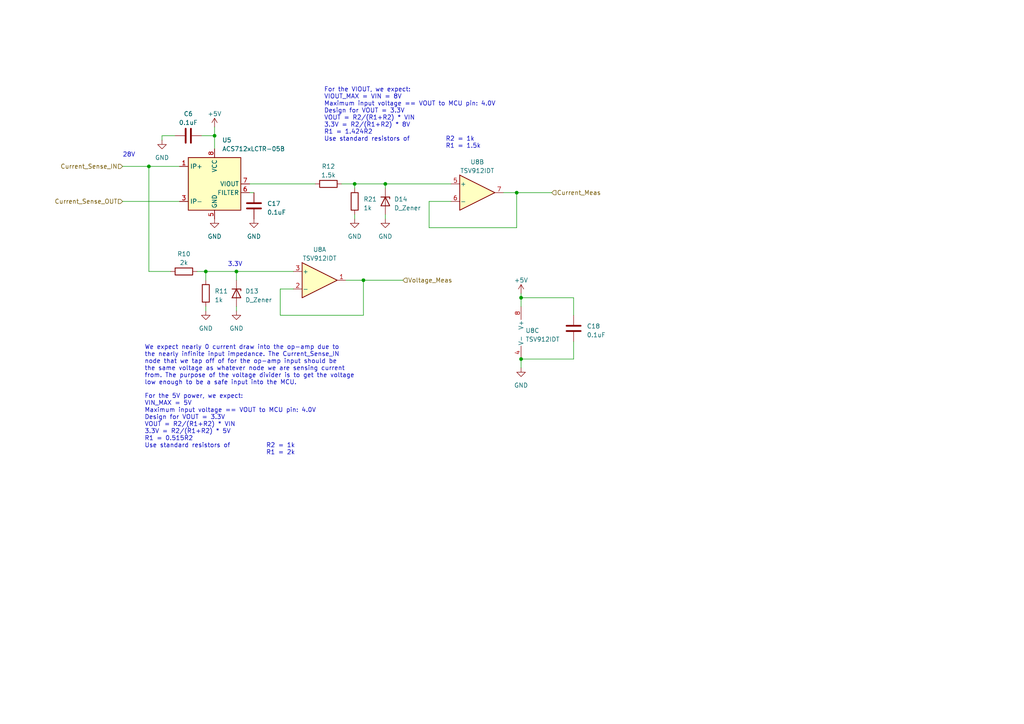
<source format=kicad_sch>
(kicad_sch (version 20230121) (generator eeschema)

  (uuid 36e4511b-3a9f-4266-a928-7b9277025079)

  (paper "A4")

  (lib_symbols
    (symbol "Amplifier_Operational:TSV912IDT" (pin_names (offset 0.127)) (in_bom yes) (on_board yes)
      (property "Reference" "U" (at 0 5.08 0)
        (effects (font (size 1.27 1.27)) (justify left))
      )
      (property "Value" "TSV912IDT" (at 0 -5.08 0)
        (effects (font (size 1.27 1.27)) (justify left))
      )
      (property "Footprint" "" (at 0 0 0)
        (effects (font (size 1.27 1.27)) hide)
      )
      (property "Datasheet" "www.st.com/resource/en/datasheet/tsv911.pdf" (at 0 0 0)
        (effects (font (size 1.27 1.27)) hide)
      )
      (property "ki_locked" "" (at 0 0 0)
        (effects (font (size 1.27 1.27)))
      )
      (property "ki_keywords" "dual opamp" (at 0 0 0)
        (effects (font (size 1.27 1.27)) hide)
      )
      (property "ki_description" "Dual rail-to-rail input/output 8 MHz operational amplifiers, SOIC-8" (at 0 0 0)
        (effects (font (size 1.27 1.27)) hide)
      )
      (property "ki_fp_filters" "SOIC*3.9x4.9mm*P1.27mm* DIP*W7.62mm* TO*99* OnSemi*Micro8* TSSOP*3x3mm*P0.65mm* TSSOP*4.4x3mm*P0.65mm* MSOP*3x3mm*P0.65mm* SSOP*3.9x4.9mm*P0.635mm* LFCSP*2x2mm*P0.5mm* *SIP* SOIC*5.3x6.2mm*P1.27mm*" (at 0 0 0)
        (effects (font (size 1.27 1.27)) hide)
      )
      (symbol "TSV912IDT_1_1"
        (polyline
          (pts
            (xy -5.08 5.08)
            (xy 5.08 0)
            (xy -5.08 -5.08)
            (xy -5.08 5.08)
          )
          (stroke (width 0.254) (type default))
          (fill (type background))
        )
        (pin output line (at 7.62 0 180) (length 2.54)
          (name "~" (effects (font (size 1.27 1.27))))
          (number "1" (effects (font (size 1.27 1.27))))
        )
        (pin input line (at -7.62 -2.54 0) (length 2.54)
          (name "-" (effects (font (size 1.27 1.27))))
          (number "2" (effects (font (size 1.27 1.27))))
        )
        (pin input line (at -7.62 2.54 0) (length 2.54)
          (name "+" (effects (font (size 1.27 1.27))))
          (number "3" (effects (font (size 1.27 1.27))))
        )
      )
      (symbol "TSV912IDT_2_1"
        (polyline
          (pts
            (xy -5.08 5.08)
            (xy 5.08 0)
            (xy -5.08 -5.08)
            (xy -5.08 5.08)
          )
          (stroke (width 0.254) (type default))
          (fill (type background))
        )
        (pin input line (at -7.62 2.54 0) (length 2.54)
          (name "+" (effects (font (size 1.27 1.27))))
          (number "5" (effects (font (size 1.27 1.27))))
        )
        (pin input line (at -7.62 -2.54 0) (length 2.54)
          (name "-" (effects (font (size 1.27 1.27))))
          (number "6" (effects (font (size 1.27 1.27))))
        )
        (pin output line (at 7.62 0 180) (length 2.54)
          (name "~" (effects (font (size 1.27 1.27))))
          (number "7" (effects (font (size 1.27 1.27))))
        )
      )
      (symbol "TSV912IDT_3_1"
        (pin power_in line (at -2.54 -7.62 90) (length 3.81)
          (name "V-" (effects (font (size 1.27 1.27))))
          (number "4" (effects (font (size 1.27 1.27))))
        )
        (pin power_in line (at -2.54 7.62 270) (length 3.81)
          (name "V+" (effects (font (size 1.27 1.27))))
          (number "8" (effects (font (size 1.27 1.27))))
        )
      )
    )
    (symbol "Device:C" (pin_numbers hide) (pin_names (offset 0.254)) (in_bom yes) (on_board yes)
      (property "Reference" "C" (at 0.635 2.54 0)
        (effects (font (size 1.27 1.27)) (justify left))
      )
      (property "Value" "C" (at 0.635 -2.54 0)
        (effects (font (size 1.27 1.27)) (justify left))
      )
      (property "Footprint" "" (at 0.9652 -3.81 0)
        (effects (font (size 1.27 1.27)) hide)
      )
      (property "Datasheet" "~" (at 0 0 0)
        (effects (font (size 1.27 1.27)) hide)
      )
      (property "ki_keywords" "cap capacitor" (at 0 0 0)
        (effects (font (size 1.27 1.27)) hide)
      )
      (property "ki_description" "Unpolarized capacitor" (at 0 0 0)
        (effects (font (size 1.27 1.27)) hide)
      )
      (property "ki_fp_filters" "C_*" (at 0 0 0)
        (effects (font (size 1.27 1.27)) hide)
      )
      (symbol "C_0_1"
        (polyline
          (pts
            (xy -2.032 -0.762)
            (xy 2.032 -0.762)
          )
          (stroke (width 0.508) (type default))
          (fill (type none))
        )
        (polyline
          (pts
            (xy -2.032 0.762)
            (xy 2.032 0.762)
          )
          (stroke (width 0.508) (type default))
          (fill (type none))
        )
      )
      (symbol "C_1_1"
        (pin passive line (at 0 3.81 270) (length 2.794)
          (name "~" (effects (font (size 1.27 1.27))))
          (number "1" (effects (font (size 1.27 1.27))))
        )
        (pin passive line (at 0 -3.81 90) (length 2.794)
          (name "~" (effects (font (size 1.27 1.27))))
          (number "2" (effects (font (size 1.27 1.27))))
        )
      )
    )
    (symbol "Device:D_Zener" (pin_numbers hide) (pin_names (offset 1.016) hide) (in_bom yes) (on_board yes)
      (property "Reference" "D" (at 0 2.54 0)
        (effects (font (size 1.27 1.27)))
      )
      (property "Value" "D_Zener" (at 0 -2.54 0)
        (effects (font (size 1.27 1.27)))
      )
      (property "Footprint" "" (at 0 0 0)
        (effects (font (size 1.27 1.27)) hide)
      )
      (property "Datasheet" "~" (at 0 0 0)
        (effects (font (size 1.27 1.27)) hide)
      )
      (property "ki_keywords" "diode" (at 0 0 0)
        (effects (font (size 1.27 1.27)) hide)
      )
      (property "ki_description" "Zener diode" (at 0 0 0)
        (effects (font (size 1.27 1.27)) hide)
      )
      (property "ki_fp_filters" "TO-???* *_Diode_* *SingleDiode* D_*" (at 0 0 0)
        (effects (font (size 1.27 1.27)) hide)
      )
      (symbol "D_Zener_0_1"
        (polyline
          (pts
            (xy 1.27 0)
            (xy -1.27 0)
          )
          (stroke (width 0) (type default))
          (fill (type none))
        )
        (polyline
          (pts
            (xy -1.27 -1.27)
            (xy -1.27 1.27)
            (xy -0.762 1.27)
          )
          (stroke (width 0.254) (type default))
          (fill (type none))
        )
        (polyline
          (pts
            (xy 1.27 -1.27)
            (xy 1.27 1.27)
            (xy -1.27 0)
            (xy 1.27 -1.27)
          )
          (stroke (width 0.254) (type default))
          (fill (type none))
        )
      )
      (symbol "D_Zener_1_1"
        (pin passive line (at -3.81 0 0) (length 2.54)
          (name "K" (effects (font (size 1.27 1.27))))
          (number "1" (effects (font (size 1.27 1.27))))
        )
        (pin passive line (at 3.81 0 180) (length 2.54)
          (name "A" (effects (font (size 1.27 1.27))))
          (number "2" (effects (font (size 1.27 1.27))))
        )
      )
    )
    (symbol "Device:R" (pin_numbers hide) (pin_names (offset 0)) (in_bom yes) (on_board yes)
      (property "Reference" "R" (at 2.032 0 90)
        (effects (font (size 1.27 1.27)))
      )
      (property "Value" "R" (at 0 0 90)
        (effects (font (size 1.27 1.27)))
      )
      (property "Footprint" "" (at -1.778 0 90)
        (effects (font (size 1.27 1.27)) hide)
      )
      (property "Datasheet" "~" (at 0 0 0)
        (effects (font (size 1.27 1.27)) hide)
      )
      (property "ki_keywords" "R res resistor" (at 0 0 0)
        (effects (font (size 1.27 1.27)) hide)
      )
      (property "ki_description" "Resistor" (at 0 0 0)
        (effects (font (size 1.27 1.27)) hide)
      )
      (property "ki_fp_filters" "R_*" (at 0 0 0)
        (effects (font (size 1.27 1.27)) hide)
      )
      (symbol "R_0_1"
        (rectangle (start -1.016 -2.54) (end 1.016 2.54)
          (stroke (width 0.254) (type default))
          (fill (type none))
        )
      )
      (symbol "R_1_1"
        (pin passive line (at 0 3.81 270) (length 1.27)
          (name "~" (effects (font (size 1.27 1.27))))
          (number "1" (effects (font (size 1.27 1.27))))
        )
        (pin passive line (at 0 -3.81 90) (length 1.27)
          (name "~" (effects (font (size 1.27 1.27))))
          (number "2" (effects (font (size 1.27 1.27))))
        )
      )
    )
    (symbol "Sensor_Current:ACS712xLCTR-05B" (in_bom yes) (on_board yes)
      (property "Reference" "U" (at 2.54 11.43 0)
        (effects (font (size 1.27 1.27)) (justify left))
      )
      (property "Value" "ACS712xLCTR-05B" (at 2.54 8.89 0)
        (effects (font (size 1.27 1.27)) (justify left))
      )
      (property "Footprint" "Package_SO:SOIC-8_3.9x4.9mm_P1.27mm" (at 2.54 -8.89 0)
        (effects (font (size 1.27 1.27) italic) (justify left) hide)
      )
      (property "Datasheet" "http://www.allegromicro.com/~/media/Files/Datasheets/ACS712-Datasheet.ashx?la=en" (at 0 0 0)
        (effects (font (size 1.27 1.27)) hide)
      )
      (property "ki_keywords" "hall effect current monitor sensor isolated" (at 0 0 0)
        (effects (font (size 1.27 1.27)) hide)
      )
      (property "ki_description" "±5A Bidirectional Hall-Effect Current Sensor, +5.0V supply, 185mV/A, SOIC-8" (at 0 0 0)
        (effects (font (size 1.27 1.27)) hide)
      )
      (property "ki_fp_filters" "SOIC*3.9x4.9m*P1.27mm*" (at 0 0 0)
        (effects (font (size 1.27 1.27)) hide)
      )
      (symbol "ACS712xLCTR-05B_0_1"
        (rectangle (start -7.62 7.62) (end 7.62 -7.62)
          (stroke (width 0.254) (type default))
          (fill (type background))
        )
      )
      (symbol "ACS712xLCTR-05B_1_1"
        (pin passive line (at -10.16 5.08 0) (length 2.54)
          (name "IP+" (effects (font (size 1.27 1.27))))
          (number "1" (effects (font (size 1.27 1.27))))
        )
        (pin passive line (at -10.16 5.08 0) (length 2.54) hide
          (name "IP+" (effects (font (size 1.27 1.27))))
          (number "2" (effects (font (size 1.27 1.27))))
        )
        (pin passive line (at -10.16 -5.08 0) (length 2.54)
          (name "IP-" (effects (font (size 1.27 1.27))))
          (number "3" (effects (font (size 1.27 1.27))))
        )
        (pin passive line (at -10.16 -5.08 0) (length 2.54) hide
          (name "IP-" (effects (font (size 1.27 1.27))))
          (number "4" (effects (font (size 1.27 1.27))))
        )
        (pin power_in line (at 0 -10.16 90) (length 2.54)
          (name "GND" (effects (font (size 1.27 1.27))))
          (number "5" (effects (font (size 1.27 1.27))))
        )
        (pin passive line (at 10.16 -2.54 180) (length 2.54)
          (name "FILTER" (effects (font (size 1.27 1.27))))
          (number "6" (effects (font (size 1.27 1.27))))
        )
        (pin output line (at 10.16 0 180) (length 2.54)
          (name "VIOUT" (effects (font (size 1.27 1.27))))
          (number "7" (effects (font (size 1.27 1.27))))
        )
        (pin power_in line (at 0 10.16 270) (length 2.54)
          (name "VCC" (effects (font (size 1.27 1.27))))
          (number "8" (effects (font (size 1.27 1.27))))
        )
      )
    )
    (symbol "power:+5V" (power) (pin_names (offset 0)) (in_bom yes) (on_board yes)
      (property "Reference" "#PWR" (at 0 -3.81 0)
        (effects (font (size 1.27 1.27)) hide)
      )
      (property "Value" "+5V" (at 0 3.556 0)
        (effects (font (size 1.27 1.27)))
      )
      (property "Footprint" "" (at 0 0 0)
        (effects (font (size 1.27 1.27)) hide)
      )
      (property "Datasheet" "" (at 0 0 0)
        (effects (font (size 1.27 1.27)) hide)
      )
      (property "ki_keywords" "global power" (at 0 0 0)
        (effects (font (size 1.27 1.27)) hide)
      )
      (property "ki_description" "Power symbol creates a global label with name \"+5V\"" (at 0 0 0)
        (effects (font (size 1.27 1.27)) hide)
      )
      (symbol "+5V_0_1"
        (polyline
          (pts
            (xy -0.762 1.27)
            (xy 0 2.54)
          )
          (stroke (width 0) (type default))
          (fill (type none))
        )
        (polyline
          (pts
            (xy 0 0)
            (xy 0 2.54)
          )
          (stroke (width 0) (type default))
          (fill (type none))
        )
        (polyline
          (pts
            (xy 0 2.54)
            (xy 0.762 1.27)
          )
          (stroke (width 0) (type default))
          (fill (type none))
        )
      )
      (symbol "+5V_1_1"
        (pin power_in line (at 0 0 90) (length 0) hide
          (name "+5V" (effects (font (size 1.27 1.27))))
          (number "1" (effects (font (size 1.27 1.27))))
        )
      )
    )
    (symbol "power:GND" (power) (pin_names (offset 0)) (in_bom yes) (on_board yes)
      (property "Reference" "#PWR" (at 0 -6.35 0)
        (effects (font (size 1.27 1.27)) hide)
      )
      (property "Value" "GND" (at 0 -3.81 0)
        (effects (font (size 1.27 1.27)))
      )
      (property "Footprint" "" (at 0 0 0)
        (effects (font (size 1.27 1.27)) hide)
      )
      (property "Datasheet" "" (at 0 0 0)
        (effects (font (size 1.27 1.27)) hide)
      )
      (property "ki_keywords" "global power" (at 0 0 0)
        (effects (font (size 1.27 1.27)) hide)
      )
      (property "ki_description" "Power symbol creates a global label with name \"GND\" , ground" (at 0 0 0)
        (effects (font (size 1.27 1.27)) hide)
      )
      (symbol "GND_0_1"
        (polyline
          (pts
            (xy 0 0)
            (xy 0 -1.27)
            (xy 1.27 -1.27)
            (xy 0 -2.54)
            (xy -1.27 -1.27)
            (xy 0 -1.27)
          )
          (stroke (width 0) (type default))
          (fill (type none))
        )
      )
      (symbol "GND_1_1"
        (pin power_in line (at 0 0 270) (length 0) hide
          (name "GND" (effects (font (size 1.27 1.27))))
          (number "1" (effects (font (size 1.27 1.27))))
        )
      )
    )
  )

  (junction (at 43.18 48.26) (diameter 0) (color 0 0 0 0)
    (uuid 2b1b09b8-48b0-468e-b6f0-4b1b6a863596)
  )
  (junction (at 59.69 78.74) (diameter 0) (color 0 0 0 0)
    (uuid 4d8abdb1-b8d2-4f75-b3ad-417f0457b7d7)
  )
  (junction (at 111.76 53.34) (diameter 0) (color 0 0 0 0)
    (uuid 59de4d19-2037-4153-acc0-22f05683d21e)
  )
  (junction (at 105.41 81.28) (diameter 0) (color 0 0 0 0)
    (uuid 6e8d3cd8-b498-462a-b87a-fb0a0b91d371)
  )
  (junction (at 102.87 53.34) (diameter 0) (color 0 0 0 0)
    (uuid 8719c349-2b90-46f2-be37-444b39b5ec43)
  )
  (junction (at 151.13 86.36) (diameter 0) (color 0 0 0 0)
    (uuid 934a5714-2a84-49c0-b8d8-5a488b622a48)
  )
  (junction (at 62.23 39.37) (diameter 0) (color 0 0 0 0)
    (uuid b4b655f3-0093-4365-94e0-2486bcb9f772)
  )
  (junction (at 149.86 55.88) (diameter 0) (color 0 0 0 0)
    (uuid c53c8511-3f9b-4757-80b1-ee6013c755ef)
  )
  (junction (at 68.58 78.74) (diameter 0) (color 0 0 0 0)
    (uuid ca9cd8d4-a4c6-41f2-8d3c-e09fe315500a)
  )
  (junction (at 151.13 104.14) (diameter 0) (color 0 0 0 0)
    (uuid fc20f222-e197-4e6c-8362-34b014996208)
  )

  (wire (pts (xy 102.87 53.34) (xy 111.76 53.34))
    (stroke (width 0) (type default))
    (uuid 054f0f8c-5ac6-4e1a-895c-e99fbeabf349)
  )
  (wire (pts (xy 105.41 91.44) (xy 105.41 81.28))
    (stroke (width 0) (type default))
    (uuid 062a6e2b-5fc9-4d17-97c3-2a05f3832269)
  )
  (wire (pts (xy 58.42 39.37) (xy 62.23 39.37))
    (stroke (width 0) (type default))
    (uuid 081397ac-8842-4b48-a802-7c5ddce39c57)
  )
  (wire (pts (xy 59.69 78.74) (xy 59.69 81.28))
    (stroke (width 0) (type default))
    (uuid 10bae0c2-0072-4527-abf6-22b6fff8d48b)
  )
  (wire (pts (xy 43.18 48.26) (xy 52.07 48.26))
    (stroke (width 0) (type default))
    (uuid 10ef2de4-03d6-4691-bf29-5b01164879b0)
  )
  (wire (pts (xy 166.37 99.06) (xy 166.37 104.14))
    (stroke (width 0) (type default))
    (uuid 1336a7fc-236e-4809-be97-1046b021998d)
  )
  (wire (pts (xy 72.39 55.88) (xy 73.66 55.88))
    (stroke (width 0) (type default))
    (uuid 144fa2c5-9d11-4529-884c-3b879c5d0ec4)
  )
  (wire (pts (xy 43.18 48.26) (xy 43.18 78.74))
    (stroke (width 0) (type default))
    (uuid 1d2cdff0-8168-4f6a-813f-2a46d1c14302)
  )
  (wire (pts (xy 72.39 53.34) (xy 91.44 53.34))
    (stroke (width 0) (type default))
    (uuid 1fef4275-4e35-4d98-993e-b7e39bf1f638)
  )
  (wire (pts (xy 50.8 39.37) (xy 46.99 39.37))
    (stroke (width 0) (type default))
    (uuid 23e55361-1bcd-4b40-95b2-123f340271e0)
  )
  (wire (pts (xy 151.13 106.68) (xy 151.13 104.14))
    (stroke (width 0) (type default))
    (uuid 307afec2-6101-4318-a5b3-0bd6ddab2c04)
  )
  (wire (pts (xy 59.69 78.74) (xy 68.58 78.74))
    (stroke (width 0) (type default))
    (uuid 30acc788-7158-444b-be69-c4077a0773bb)
  )
  (wire (pts (xy 146.05 55.88) (xy 149.86 55.88))
    (stroke (width 0) (type default))
    (uuid 39734aab-b364-4a4f-86e2-2c3996519bd5)
  )
  (wire (pts (xy 149.86 66.04) (xy 149.86 55.88))
    (stroke (width 0) (type default))
    (uuid 48f86b84-4bb5-465a-8eb0-0b32c538df8c)
  )
  (wire (pts (xy 130.81 58.42) (xy 124.46 58.42))
    (stroke (width 0) (type default))
    (uuid 49e53364-6320-40d3-ba91-731359944253)
  )
  (wire (pts (xy 124.46 66.04) (xy 149.86 66.04))
    (stroke (width 0) (type default))
    (uuid 5ffe5c9e-b260-4106-b2f5-593a1c8594c9)
  )
  (wire (pts (xy 151.13 86.36) (xy 166.37 86.36))
    (stroke (width 0) (type default))
    (uuid 60c7d5b3-15dd-40b2-86d2-8cc128cdd3b8)
  )
  (wire (pts (xy 105.41 81.28) (xy 116.84 81.28))
    (stroke (width 0) (type default))
    (uuid 6ac64d7e-fdb3-401e-9f4d-e7e01bf73b86)
  )
  (wire (pts (xy 81.28 91.44) (xy 105.41 91.44))
    (stroke (width 0) (type default))
    (uuid 788e8b45-e97b-47b9-8ae3-59ba4ef8ad51)
  )
  (wire (pts (xy 68.58 78.74) (xy 85.09 78.74))
    (stroke (width 0) (type default))
    (uuid 86988c93-89da-4f59-a10c-6232f9b446ee)
  )
  (wire (pts (xy 81.28 83.82) (xy 81.28 91.44))
    (stroke (width 0) (type default))
    (uuid 8b266e42-3fc3-4e23-b2ff-b1999cdfdfa2)
  )
  (wire (pts (xy 68.58 88.9) (xy 68.58 90.17))
    (stroke (width 0) (type default))
    (uuid 8ffeab59-4558-4ee9-9645-99b05596690c)
  )
  (wire (pts (xy 149.86 55.88) (xy 160.02 55.88))
    (stroke (width 0) (type default))
    (uuid 92d2dedf-f917-439d-8143-36eec7aa2ee3)
  )
  (wire (pts (xy 85.09 83.82) (xy 81.28 83.82))
    (stroke (width 0) (type default))
    (uuid 938062bd-f4c1-4a2c-9433-46b38b16dc75)
  )
  (wire (pts (xy 111.76 53.34) (xy 111.76 54.61))
    (stroke (width 0) (type default))
    (uuid 9625be73-40a0-4840-9291-c924eceaf511)
  )
  (wire (pts (xy 102.87 62.23) (xy 102.87 63.5))
    (stroke (width 0) (type default))
    (uuid 9c0570b6-0d86-469b-a511-30ee34c097de)
  )
  (wire (pts (xy 151.13 86.36) (xy 151.13 88.9))
    (stroke (width 0) (type default))
    (uuid 9cb290ff-8499-4540-b186-7e9ea879ca10)
  )
  (wire (pts (xy 43.18 78.74) (xy 49.53 78.74))
    (stroke (width 0) (type default))
    (uuid 9d67d323-d6d6-4a1d-8512-6396b0a7e41b)
  )
  (wire (pts (xy 102.87 53.34) (xy 102.87 54.61))
    (stroke (width 0) (type default))
    (uuid a204591b-06e0-43d2-9535-32464288f658)
  )
  (wire (pts (xy 57.15 78.74) (xy 59.69 78.74))
    (stroke (width 0) (type default))
    (uuid b4e136d6-7703-4e3d-a080-46e798aab9bc)
  )
  (wire (pts (xy 124.46 58.42) (xy 124.46 66.04))
    (stroke (width 0) (type default))
    (uuid b5f3e165-cf6b-4b20-940d-373b2acf04ad)
  )
  (wire (pts (xy 62.23 39.37) (xy 62.23 43.18))
    (stroke (width 0) (type default))
    (uuid b76537ab-7344-4fc0-89c1-db1f3655ce98)
  )
  (wire (pts (xy 62.23 36.83) (xy 62.23 39.37))
    (stroke (width 0) (type default))
    (uuid bd89c9e6-28d7-446c-998c-2dddd27d7ad3)
  )
  (wire (pts (xy 151.13 85.09) (xy 151.13 86.36))
    (stroke (width 0) (type default))
    (uuid bef358de-6654-45f1-8005-27608a6999ef)
  )
  (wire (pts (xy 99.06 53.34) (xy 102.87 53.34))
    (stroke (width 0) (type default))
    (uuid c3cbb38f-2b63-4fa1-9c85-59f6397c6a9e)
  )
  (wire (pts (xy 111.76 62.23) (xy 111.76 63.5))
    (stroke (width 0) (type default))
    (uuid c5826d03-556c-44a5-9e3e-4f37643b3231)
  )
  (wire (pts (xy 35.56 48.26) (xy 43.18 48.26))
    (stroke (width 0) (type default))
    (uuid c66bfc4c-c4d8-4e07-ade8-06357425c7f4)
  )
  (wire (pts (xy 111.76 53.34) (xy 130.81 53.34))
    (stroke (width 0) (type default))
    (uuid e1776f0f-1441-445a-93a0-0a1e45723e02)
  )
  (wire (pts (xy 166.37 86.36) (xy 166.37 91.44))
    (stroke (width 0) (type default))
    (uuid e2ef8e7d-c878-4eea-b69a-442cc45cca3d)
  )
  (wire (pts (xy 52.07 58.42) (xy 35.56 58.42))
    (stroke (width 0) (type default))
    (uuid e6a6dc2c-fca9-4089-ab32-ed4832245297)
  )
  (wire (pts (xy 105.41 81.28) (xy 100.33 81.28))
    (stroke (width 0) (type default))
    (uuid eb6dbbce-6af8-4801-a2c7-0c0ea9265077)
  )
  (wire (pts (xy 46.99 39.37) (xy 46.99 40.64))
    (stroke (width 0) (type default))
    (uuid eff014b0-0971-47a7-bf49-57a89c797125)
  )
  (wire (pts (xy 166.37 104.14) (xy 151.13 104.14))
    (stroke (width 0) (type default))
    (uuid f22777aa-37dd-4689-8bd6-5f138fd5a261)
  )
  (wire (pts (xy 68.58 78.74) (xy 68.58 81.28))
    (stroke (width 0) (type default))
    (uuid f69b7af7-e927-46d3-ad6a-02d52cec4961)
  )
  (wire (pts (xy 59.69 88.9) (xy 59.69 90.17))
    (stroke (width 0) (type default))
    (uuid f73744af-a713-483c-91ca-6dd7d4819649)
  )

  (text "We expect nearly 0 current draw into the op-amp due to\nthe nearly infinite input impedance. The Current_Sense_IN\nnode that we tap off of for the op-amp input should be\nthe same voltage as whatever node we are sensing current\nfrom. The purpose of the voltage divider is to get the voltage\nlow enough to be a safe input into the MCU."
    (at 41.91 111.76 0)
    (effects (font (size 1.27 1.27)) (justify left bottom))
    (uuid 80f4de57-ed93-4a07-84e9-6ed4c759bc9f)
  )
  (text "3.3V" (at 66.04 77.47 0)
    (effects (font (size 1.27 1.27)) (justify left bottom))
    (uuid 9cbc1d6f-1d93-4ad1-bc1a-2b2f66a74c5c)
  )
  (text "For the 5V power, we expect:\nVIN_MAX = 5V\nMaximum input voltage == VOUT to MCU pin: 4.0V\nDesign for VOUT = 3.3V\nVOUT = R2/(R1+R2) * VIN\n3.3V = R2/(R1+R2) * 5V\nR1 = 0.515R2\nUse standard resistors of 	R2 = 1k\n							R1 = 2k"
    (at 41.91 132.08 0)
    (effects (font (size 1.27 1.27)) (justify left bottom))
    (uuid a2efbff0-d3d3-47db-a245-35758dffebb8)
  )
  (text "For the VIOUT, we expect:\nVIOUT_MAX = VIN = 8V\nMaximum input voltage == VOUT to MCU pin: 4.0V\nDesign for VOUT = 3.3V\nVOUT = R2/(R1+R2) * VIN\n3.3V = R2/(R1+R2) * 8V\nR1 = 1.424R2\nUse standard resistors of 	R2 = 1k\n							R1 = 1.5k"
    (at 93.98 43.18 0)
    (effects (font (size 1.27 1.27)) (justify left bottom))
    (uuid c0751792-eb31-45ec-af6c-00861f3ea891)
  )
  (text "28V" (at 35.56 45.72 0)
    (effects (font (size 1.27 1.27)) (justify left bottom))
    (uuid d8daa726-2d5b-43a0-887d-777e1f5bebc2)
  )

  (hierarchical_label "Current_Sense_OUT" (shape input) (at 35.56 58.42 180) (fields_autoplaced)
    (effects (font (size 1.27 1.27)) (justify right))
    (uuid 5319c929-97e2-4c67-8a4a-07e7dfa08ebb)
  )
  (hierarchical_label "Current_Sense_IN" (shape input) (at 35.56 48.26 180) (fields_autoplaced)
    (effects (font (size 1.27 1.27)) (justify right))
    (uuid 67ec93a2-a13a-4a96-be9f-07dbb6e00daa)
  )
  (hierarchical_label "Current_Meas" (shape input) (at 160.02 55.88 0) (fields_autoplaced)
    (effects (font (size 1.27 1.27)) (justify left))
    (uuid c65f7065-5989-4290-82de-f79beb11377b)
  )
  (hierarchical_label "Voltage_Meas" (shape input) (at 116.84 81.28 0) (fields_autoplaced)
    (effects (font (size 1.27 1.27)) (justify left))
    (uuid f0fe0c9a-ec74-4d27-845e-f2e0104fcd27)
  )

  (symbol (lib_id "Device:C") (at 54.61 39.37 90) (unit 1)
    (in_bom yes) (on_board yes) (dnp no) (fields_autoplaced)
    (uuid 07c38b7b-9988-4b31-bdca-4862c590549c)
    (property "Reference" "C6" (at 54.61 33.02 90)
      (effects (font (size 1.27 1.27)))
    )
    (property "Value" "0.1uF" (at 54.61 35.56 90)
      (effects (font (size 1.27 1.27)))
    )
    (property "Footprint" "" (at 58.42 38.4048 0)
      (effects (font (size 1.27 1.27)) hide)
    )
    (property "Datasheet" "~" (at 54.61 39.37 0)
      (effects (font (size 1.27 1.27)) hide)
    )
    (pin "1" (uuid 310f8b1a-56e4-4df1-bb25-37612096baca))
    (pin "2" (uuid 540b5975-e25a-4ff3-a566-78d4b2911014))
    (instances
      (project "FCBoard"
        (path "/7aefa7f6-8562-49e0-9457-229f56bba97d/5be85d44-b1c4-47a6-b267-9e3b1f3657e3"
          (reference "C6") (unit 1)
        )
        (path "/7aefa7f6-8562-49e0-9457-229f56bba97d/59d9b0c4-d4f4-4be3-8a94-d2e2577f3ec5"
          (reference "C20") (unit 1)
        )
      )
    )
  )

  (symbol (lib_id "power:GND") (at 73.66 63.5 0) (unit 1)
    (in_bom yes) (on_board yes) (dnp no) (fields_autoplaced)
    (uuid 07e5ee85-5b4d-4798-b1df-21a02d2b8e68)
    (property "Reference" "#PWR064" (at 73.66 69.85 0)
      (effects (font (size 1.27 1.27)) hide)
    )
    (property "Value" "GND" (at 73.66 68.58 0)
      (effects (font (size 1.27 1.27)))
    )
    (property "Footprint" "" (at 73.66 63.5 0)
      (effects (font (size 1.27 1.27)) hide)
    )
    (property "Datasheet" "" (at 73.66 63.5 0)
      (effects (font (size 1.27 1.27)) hide)
    )
    (pin "1" (uuid 24f31dee-0932-4d5d-87a7-d5ceb587ff18))
    (instances
      (project "FCBoard"
        (path "/7aefa7f6-8562-49e0-9457-229f56bba97d/5be85d44-b1c4-47a6-b267-9e3b1f3657e3"
          (reference "#PWR064") (unit 1)
        )
        (path "/7aefa7f6-8562-49e0-9457-229f56bba97d/59d9b0c4-d4f4-4be3-8a94-d2e2577f3ec5"
          (reference "#PWR069") (unit 1)
        )
      )
    )
  )

  (symbol (lib_id "Device:R") (at 95.25 53.34 90) (unit 1)
    (in_bom yes) (on_board yes) (dnp no) (fields_autoplaced)
    (uuid 225c8b38-6cc8-4235-88a1-db96b4cad7ac)
    (property "Reference" "R12" (at 95.25 48.26 90)
      (effects (font (size 1.27 1.27)))
    )
    (property "Value" "1.5k" (at 95.25 50.8 90)
      (effects (font (size 1.27 1.27)))
    )
    (property "Footprint" "" (at 95.25 55.118 90)
      (effects (font (size 1.27 1.27)) hide)
    )
    (property "Datasheet" "~" (at 95.25 53.34 0)
      (effects (font (size 1.27 1.27)) hide)
    )
    (pin "1" (uuid 23434253-2c34-4486-816e-06477f34fad4))
    (pin "2" (uuid a3915afe-fddc-44eb-aa20-2ca643846a1e))
    (instances
      (project "FCBoard"
        (path "/7aefa7f6-8562-49e0-9457-229f56bba97d/5be85d44-b1c4-47a6-b267-9e3b1f3657e3"
          (reference "R12") (unit 1)
        )
        (path "/7aefa7f6-8562-49e0-9457-229f56bba97d/59d9b0c4-d4f4-4be3-8a94-d2e2577f3ec5"
          (reference "R26") (unit 1)
        )
      )
    )
  )

  (symbol (lib_id "power:GND") (at 46.99 40.64 0) (unit 1)
    (in_bom yes) (on_board yes) (dnp no) (fields_autoplaced)
    (uuid 24d97484-b8aa-4222-b520-c17acc4ec8e4)
    (property "Reference" "#PWR023" (at 46.99 46.99 0)
      (effects (font (size 1.27 1.27)) hide)
    )
    (property "Value" "GND" (at 46.99 45.72 0)
      (effects (font (size 1.27 1.27)))
    )
    (property "Footprint" "" (at 46.99 40.64 0)
      (effects (font (size 1.27 1.27)) hide)
    )
    (property "Datasheet" "" (at 46.99 40.64 0)
      (effects (font (size 1.27 1.27)) hide)
    )
    (pin "1" (uuid fed0dcc3-8d0e-4ea0-b708-ecee37038465))
    (instances
      (project "FCBoard"
        (path "/7aefa7f6-8562-49e0-9457-229f56bba97d/5be85d44-b1c4-47a6-b267-9e3b1f3657e3"
          (reference "#PWR023") (unit 1)
        )
        (path "/7aefa7f6-8562-49e0-9457-229f56bba97d/59d9b0c4-d4f4-4be3-8a94-d2e2577f3ec5"
          (reference "#PWR030") (unit 1)
        )
      )
    )
  )

  (symbol (lib_id "power:GND") (at 102.87 63.5 0) (unit 1)
    (in_bom yes) (on_board yes) (dnp no) (fields_autoplaced)
    (uuid 2ff8d10d-0762-40a7-b0b9-9791618c853e)
    (property "Reference" "#PWR065" (at 102.87 69.85 0)
      (effects (font (size 1.27 1.27)) hide)
    )
    (property "Value" "GND" (at 102.87 68.58 0)
      (effects (font (size 1.27 1.27)))
    )
    (property "Footprint" "" (at 102.87 63.5 0)
      (effects (font (size 1.27 1.27)) hide)
    )
    (property "Datasheet" "" (at 102.87 63.5 0)
      (effects (font (size 1.27 1.27)) hide)
    )
    (pin "1" (uuid 5edc989e-5f9c-48fb-baef-023f99ddcee4))
    (instances
      (project "FCBoard"
        (path "/7aefa7f6-8562-49e0-9457-229f56bba97d/5be85d44-b1c4-47a6-b267-9e3b1f3657e3"
          (reference "#PWR065") (unit 1)
        )
        (path "/7aefa7f6-8562-49e0-9457-229f56bba97d/59d9b0c4-d4f4-4be3-8a94-d2e2577f3ec5"
          (reference "#PWR070") (unit 1)
        )
      )
    )
  )

  (symbol (lib_id "Device:R") (at 102.87 58.42 180) (unit 1)
    (in_bom yes) (on_board yes) (dnp no) (fields_autoplaced)
    (uuid 3e4c28d4-410c-4336-b534-1ea016ca36c4)
    (property "Reference" "R21" (at 105.41 57.785 0)
      (effects (font (size 1.27 1.27)) (justify right))
    )
    (property "Value" "1k" (at 105.41 60.325 0)
      (effects (font (size 1.27 1.27)) (justify right))
    )
    (property "Footprint" "" (at 104.648 58.42 90)
      (effects (font (size 1.27 1.27)) hide)
    )
    (property "Datasheet" "~" (at 102.87 58.42 0)
      (effects (font (size 1.27 1.27)) hide)
    )
    (pin "1" (uuid 399e65ea-16b9-4b95-b3c8-b0e108292d11))
    (pin "2" (uuid 4aa793f1-d144-47f2-b9ba-6a0b52edb510))
    (instances
      (project "FCBoard"
        (path "/7aefa7f6-8562-49e0-9457-229f56bba97d/5be85d44-b1c4-47a6-b267-9e3b1f3657e3"
          (reference "R21") (unit 1)
        )
        (path "/7aefa7f6-8562-49e0-9457-229f56bba97d/59d9b0c4-d4f4-4be3-8a94-d2e2577f3ec5"
          (reference "R27") (unit 1)
        )
      )
    )
  )

  (symbol (lib_id "Device:D_Zener") (at 111.76 58.42 270) (unit 1)
    (in_bom yes) (on_board yes) (dnp no) (fields_autoplaced)
    (uuid 41bdd0aa-8745-42a4-85fa-c2c1d0fe87ad)
    (property "Reference" "D14" (at 114.3 57.785 90)
      (effects (font (size 1.27 1.27)) (justify left))
    )
    (property "Value" "D_Zener" (at 114.3 60.325 90)
      (effects (font (size 1.27 1.27)) (justify left))
    )
    (property "Footprint" "" (at 111.76 58.42 0)
      (effects (font (size 1.27 1.27)) hide)
    )
    (property "Datasheet" "~" (at 111.76 58.42 0)
      (effects (font (size 1.27 1.27)) hide)
    )
    (pin "1" (uuid 16dc47c2-995d-4d45-91d0-5efd498cb4df))
    (pin "2" (uuid c7f72841-69b2-4893-a962-2f6264d280a6))
    (instances
      (project "FCBoard"
        (path "/7aefa7f6-8562-49e0-9457-229f56bba97d/5be85d44-b1c4-47a6-b267-9e3b1f3657e3"
          (reference "D14") (unit 1)
        )
        (path "/7aefa7f6-8562-49e0-9457-229f56bba97d/59d9b0c4-d4f4-4be3-8a94-d2e2577f3ec5"
          (reference "D17") (unit 1)
        )
      )
    )
  )

  (symbol (lib_id "power:GND") (at 59.69 90.17 0) (unit 1)
    (in_bom yes) (on_board yes) (dnp no) (fields_autoplaced)
    (uuid 4a22c2dc-e756-45fc-8d2b-7c86be379bed)
    (property "Reference" "#PWR024" (at 59.69 96.52 0)
      (effects (font (size 1.27 1.27)) hide)
    )
    (property "Value" "GND" (at 59.69 95.25 0)
      (effects (font (size 1.27 1.27)))
    )
    (property "Footprint" "" (at 59.69 90.17 0)
      (effects (font (size 1.27 1.27)) hide)
    )
    (property "Datasheet" "" (at 59.69 90.17 0)
      (effects (font (size 1.27 1.27)) hide)
    )
    (pin "1" (uuid f0061086-c93d-4993-b198-fa8683e2832d))
    (instances
      (project "FCBoard"
        (path "/7aefa7f6-8562-49e0-9457-229f56bba97d/5be85d44-b1c4-47a6-b267-9e3b1f3657e3"
          (reference "#PWR024") (unit 1)
        )
        (path "/7aefa7f6-8562-49e0-9457-229f56bba97d/59d9b0c4-d4f4-4be3-8a94-d2e2577f3ec5"
          (reference "#PWR031") (unit 1)
        )
      )
    )
  )

  (symbol (lib_id "power:+5V") (at 151.13 85.09 0) (unit 1)
    (in_bom yes) (on_board yes) (dnp no) (fields_autoplaced)
    (uuid 4f75c6a4-dfb4-45e5-affb-f2d0483e8a0e)
    (property "Reference" "#PWR067" (at 151.13 88.9 0)
      (effects (font (size 1.27 1.27)) hide)
    )
    (property "Value" "+5V" (at 151.13 81.28 0)
      (effects (font (size 1.27 1.27)))
    )
    (property "Footprint" "" (at 151.13 85.09 0)
      (effects (font (size 1.27 1.27)) hide)
    )
    (property "Datasheet" "" (at 151.13 85.09 0)
      (effects (font (size 1.27 1.27)) hide)
    )
    (pin "1" (uuid 1ea3a474-4555-43e7-8aef-92bb2334ede3))
    (instances
      (project "FCBoard"
        (path "/7aefa7f6-8562-49e0-9457-229f56bba97d/5be85d44-b1c4-47a6-b267-9e3b1f3657e3"
          (reference "#PWR067") (unit 1)
        )
        (path "/7aefa7f6-8562-49e0-9457-229f56bba97d/59d9b0c4-d4f4-4be3-8a94-d2e2577f3ec5"
          (reference "#PWR072") (unit 1)
        )
      )
    )
  )

  (symbol (lib_id "Amplifier_Operational:TSV912IDT") (at 153.67 96.52 0) (unit 3)
    (in_bom yes) (on_board yes) (dnp no) (fields_autoplaced)
    (uuid 55f404a5-e43d-4f88-880f-d9ce2023967b)
    (property "Reference" "U7" (at 152.4 95.885 0)
      (effects (font (size 1.27 1.27)) (justify left))
    )
    (property "Value" "TSV912IDT" (at 152.4 98.425 0)
      (effects (font (size 1.27 1.27)) (justify left))
    )
    (property "Footprint" "" (at 153.67 96.52 0)
      (effects (font (size 1.27 1.27)) hide)
    )
    (property "Datasheet" "www.st.com/resource/en/datasheet/tsv911.pdf" (at 153.67 96.52 0)
      (effects (font (size 1.27 1.27)) hide)
    )
    (pin "1" (uuid 4a6e91c3-0117-4680-b7c4-f4c717b6f897))
    (pin "2" (uuid 3bd031d1-b453-47d4-913e-ce8644b644a5))
    (pin "3" (uuid b81bf2c4-fe21-48c7-857c-1828bb1b2e9d))
    (pin "5" (uuid ac921d92-fa7a-4c06-a82b-fb34ee84507d))
    (pin "6" (uuid 37523199-a514-4be7-b196-391e228c62d5))
    (pin "7" (uuid 056bd1ce-d72e-44c3-af42-da1cad9ca523))
    (pin "4" (uuid e846821e-1f47-4447-9a9b-082507d52738))
    (pin "8" (uuid 80be0b68-a18b-4bae-8a78-5b56b52183ab))
    (instances
      (project "FCBoard"
        (path "/7aefa7f6-8562-49e0-9457-229f56bba97d/5be85d44-b1c4-47a6-b267-9e3b1f3657e3"
          (reference "U8") (unit 3)
        )
        (path "/7aefa7f6-8562-49e0-9457-229f56bba97d/59d9b0c4-d4f4-4be3-8a94-d2e2577f3ec5"
          (reference "U10") (unit 3)
        )
      )
    )
  )

  (symbol (lib_id "Amplifier_Operational:TSV912IDT") (at 138.43 55.88 0) (unit 2)
    (in_bom yes) (on_board yes) (dnp no) (fields_autoplaced)
    (uuid 56193a7f-aad4-43e2-9757-27220698515f)
    (property "Reference" "U7" (at 138.43 46.99 0)
      (effects (font (size 1.27 1.27)))
    )
    (property "Value" "TSV912IDT" (at 138.43 49.53 0)
      (effects (font (size 1.27 1.27)))
    )
    (property "Footprint" "" (at 138.43 55.88 0)
      (effects (font (size 1.27 1.27)) hide)
    )
    (property "Datasheet" "www.st.com/resource/en/datasheet/tsv911.pdf" (at 138.43 55.88 0)
      (effects (font (size 1.27 1.27)) hide)
    )
    (pin "1" (uuid fe06a093-9e52-423b-8ff4-5d2e5d467d16))
    (pin "2" (uuid ea817e6c-df27-4143-8d61-5d9ee8410d07))
    (pin "3" (uuid 72e84345-c818-4323-9aad-de016ee90159))
    (pin "5" (uuid 20689078-139a-49e1-91b0-172ec86c11e5))
    (pin "6" (uuid 6fe14049-cc62-437a-bdb8-db696bad8f04))
    (pin "7" (uuid c2bed81e-0d7f-4057-a6d6-03d755f44dda))
    (pin "4" (uuid 25094b82-6936-40a7-a33d-5d4745eed8f3))
    (pin "8" (uuid a7b286da-8263-494e-9752-fc1828cb1a37))
    (instances
      (project "FCBoard"
        (path "/7aefa7f6-8562-49e0-9457-229f56bba97d/5be85d44-b1c4-47a6-b267-9e3b1f3657e3"
          (reference "U8") (unit 2)
        )
        (path "/7aefa7f6-8562-49e0-9457-229f56bba97d/59d9b0c4-d4f4-4be3-8a94-d2e2577f3ec5"
          (reference "U10") (unit 2)
        )
      )
    )
  )

  (symbol (lib_id "Device:R") (at 53.34 78.74 90) (unit 1)
    (in_bom yes) (on_board yes) (dnp no) (fields_autoplaced)
    (uuid 6814083f-33cd-4e60-8870-269b88a231a2)
    (property "Reference" "R10" (at 53.34 73.66 90)
      (effects (font (size 1.27 1.27)))
    )
    (property "Value" "2k" (at 53.34 76.2 90)
      (effects (font (size 1.27 1.27)))
    )
    (property "Footprint" "" (at 53.34 80.518 90)
      (effects (font (size 1.27 1.27)) hide)
    )
    (property "Datasheet" "~" (at 53.34 78.74 0)
      (effects (font (size 1.27 1.27)) hide)
    )
    (pin "1" (uuid 109beb9b-4b5e-48c7-b2a0-efa8416bc497))
    (pin "2" (uuid c57a3930-4286-4a5b-89a3-8f6684120831))
    (instances
      (project "FCBoard"
        (path "/7aefa7f6-8562-49e0-9457-229f56bba97d/5be85d44-b1c4-47a6-b267-9e3b1f3657e3"
          (reference "R10") (unit 1)
        )
        (path "/7aefa7f6-8562-49e0-9457-229f56bba97d/59d9b0c4-d4f4-4be3-8a94-d2e2577f3ec5"
          (reference "R15") (unit 1)
        )
      )
    )
  )

  (symbol (lib_id "Sensor_Current:ACS712xLCTR-05B") (at 62.23 53.34 0) (unit 1)
    (in_bom yes) (on_board yes) (dnp no) (fields_autoplaced)
    (uuid 7cf1d800-b822-445d-b0ed-4198a131b80c)
    (property "Reference" "U5" (at 64.4241 40.64 0)
      (effects (font (size 1.27 1.27)) (justify left))
    )
    (property "Value" "ACS712xLCTR-05B" (at 64.4241 43.18 0)
      (effects (font (size 1.27 1.27)) (justify left))
    )
    (property "Footprint" "Package_SO:SOIC-8_3.9x4.9mm_P1.27mm" (at 64.77 62.23 0)
      (effects (font (size 1.27 1.27) italic) (justify left) hide)
    )
    (property "Datasheet" "http://www.allegromicro.com/~/media/Files/Datasheets/ACS712-Datasheet.ashx?la=en" (at 62.23 53.34 0)
      (effects (font (size 1.27 1.27)) hide)
    )
    (pin "1" (uuid 24c69935-8e46-4cb0-b362-1c3309b3a57b))
    (pin "2" (uuid e5c3c01d-d90f-4013-be5f-caaf2b64d660))
    (pin "3" (uuid 2560025f-0213-45dd-bef9-40f28f95a363))
    (pin "4" (uuid 0a33efe3-0706-444b-a7b7-12dc36986f0f))
    (pin "5" (uuid 300b5787-22b8-4cf5-96df-b2658b05a00d))
    (pin "6" (uuid 699cc00e-e351-435a-9faa-8dfc44e1a9ae))
    (pin "7" (uuid 70d4d517-229d-45c3-85d1-1dcdea8fb611))
    (pin "8" (uuid 5ae8c81c-1ed2-4775-b127-04281923df03))
    (instances
      (project "FCBoard"
        (path "/7aefa7f6-8562-49e0-9457-229f56bba97d"
          (reference "U5") (unit 1)
        )
        (path "/7aefa7f6-8562-49e0-9457-229f56bba97d/5be85d44-b1c4-47a6-b267-9e3b1f3657e3"
          (reference "U6") (unit 1)
        )
        (path "/7aefa7f6-8562-49e0-9457-229f56bba97d/59d9b0c4-d4f4-4be3-8a94-d2e2577f3ec5"
          (reference "U9") (unit 1)
        )
      )
    )
  )

  (symbol (lib_id "Device:D_Zener") (at 68.58 85.09 270) (unit 1)
    (in_bom yes) (on_board yes) (dnp no) (fields_autoplaced)
    (uuid 8881eed1-0ff8-4991-8e9c-6d03d342edaf)
    (property "Reference" "D13" (at 71.12 84.455 90)
      (effects (font (size 1.27 1.27)) (justify left))
    )
    (property "Value" "D_Zener" (at 71.12 86.995 90)
      (effects (font (size 1.27 1.27)) (justify left))
    )
    (property "Footprint" "" (at 68.58 85.09 0)
      (effects (font (size 1.27 1.27)) hide)
    )
    (property "Datasheet" "~" (at 68.58 85.09 0)
      (effects (font (size 1.27 1.27)) hide)
    )
    (pin "1" (uuid b5d0a55d-9b26-40be-a6dd-d341ab7879f5))
    (pin "2" (uuid ec2d0e9d-343f-4edd-9efe-f403eaab163b))
    (instances
      (project "FCBoard"
        (path "/7aefa7f6-8562-49e0-9457-229f56bba97d/5be85d44-b1c4-47a6-b267-9e3b1f3657e3"
          (reference "D13") (unit 1)
        )
        (path "/7aefa7f6-8562-49e0-9457-229f56bba97d/59d9b0c4-d4f4-4be3-8a94-d2e2577f3ec5"
          (reference "D15") (unit 1)
        )
      )
    )
  )

  (symbol (lib_id "Amplifier_Operational:TSV912IDT") (at 92.71 81.28 0) (unit 1)
    (in_bom yes) (on_board yes) (dnp no)
    (uuid 96e1ecc9-7c66-4d7a-b5eb-0fc2d949709a)
    (property "Reference" "U8" (at 92.71 72.39 0)
      (effects (font (size 1.27 1.27)))
    )
    (property "Value" "TSV912IDT" (at 92.71 74.93 0)
      (effects (font (size 1.27 1.27)))
    )
    (property "Footprint" "" (at 92.71 81.28 0)
      (effects (font (size 1.27 1.27)) hide)
    )
    (property "Datasheet" "www.st.com/resource/en/datasheet/tsv911.pdf" (at 92.71 81.28 0)
      (effects (font (size 1.27 1.27)) hide)
    )
    (pin "1" (uuid 3ce6b13a-8dcc-41ae-a00d-43e213bef787))
    (pin "2" (uuid fdbeee51-6dca-46a1-a5ba-abb978b4721f))
    (pin "3" (uuid 7fb4213b-6897-40a0-b6f6-73c411157180))
    (pin "5" (uuid 0fceb3a2-bd81-4a92-acfa-051ebd69306f))
    (pin "6" (uuid d1b61b90-ead3-441a-a790-bc67345cd5f2))
    (pin "7" (uuid adec53e0-5327-4e1d-ba5b-f8fd678e3709))
    (pin "4" (uuid 29129ae5-6f1d-45f1-97a4-35466fa2c7d9))
    (pin "8" (uuid 74dd7348-1a98-4eab-b44d-89428b6f23ee))
    (instances
      (project "FCBoard"
        (path "/7aefa7f6-8562-49e0-9457-229f56bba97d/5be85d44-b1c4-47a6-b267-9e3b1f3657e3"
          (reference "U8") (unit 1)
        )
        (path "/7aefa7f6-8562-49e0-9457-229f56bba97d/59d9b0c4-d4f4-4be3-8a94-d2e2577f3ec5"
          (reference "U10") (unit 1)
        )
      )
    )
  )

  (symbol (lib_id "Device:C") (at 166.37 95.25 180) (unit 1)
    (in_bom yes) (on_board yes) (dnp no) (fields_autoplaced)
    (uuid 98d1a624-df8b-4f46-b215-f7afff442a76)
    (property "Reference" "C18" (at 170.18 94.615 0)
      (effects (font (size 1.27 1.27)) (justify right))
    )
    (property "Value" "0.1uF" (at 170.18 97.155 0)
      (effects (font (size 1.27 1.27)) (justify right))
    )
    (property "Footprint" "" (at 165.4048 91.44 0)
      (effects (font (size 1.27 1.27)) hide)
    )
    (property "Datasheet" "~" (at 166.37 95.25 0)
      (effects (font (size 1.27 1.27)) hide)
    )
    (pin "1" (uuid 443368c6-18bc-4162-8496-6c92e38334ea))
    (pin "2" (uuid da90f60e-b78c-490b-96be-8b5eebc9405a))
    (instances
      (project "FCBoard"
        (path "/7aefa7f6-8562-49e0-9457-229f56bba97d/5be85d44-b1c4-47a6-b267-9e3b1f3657e3"
          (reference "C18") (unit 1)
        )
        (path "/7aefa7f6-8562-49e0-9457-229f56bba97d/59d9b0c4-d4f4-4be3-8a94-d2e2577f3ec5"
          (reference "C39") (unit 1)
        )
      )
    )
  )

  (symbol (lib_id "power:GND") (at 68.58 90.17 0) (unit 1)
    (in_bom yes) (on_board yes) (dnp no) (fields_autoplaced)
    (uuid bf96ce28-a3c1-4189-a2d8-a45eebad5d49)
    (property "Reference" "#PWR063" (at 68.58 96.52 0)
      (effects (font (size 1.27 1.27)) hide)
    )
    (property "Value" "GND" (at 68.58 95.25 0)
      (effects (font (size 1.27 1.27)))
    )
    (property "Footprint" "" (at 68.58 90.17 0)
      (effects (font (size 1.27 1.27)) hide)
    )
    (property "Datasheet" "" (at 68.58 90.17 0)
      (effects (font (size 1.27 1.27)) hide)
    )
    (pin "1" (uuid 3b8947a9-3aee-4ae0-b672-33aa8a5107a5))
    (instances
      (project "FCBoard"
        (path "/7aefa7f6-8562-49e0-9457-229f56bba97d/5be85d44-b1c4-47a6-b267-9e3b1f3657e3"
          (reference "#PWR063") (unit 1)
        )
        (path "/7aefa7f6-8562-49e0-9457-229f56bba97d/59d9b0c4-d4f4-4be3-8a94-d2e2577f3ec5"
          (reference "#PWR034") (unit 1)
        )
      )
    )
  )

  (symbol (lib_id "power:GND") (at 111.76 63.5 0) (unit 1)
    (in_bom yes) (on_board yes) (dnp no) (fields_autoplaced)
    (uuid c05ef239-1df3-46e3-a010-34911ebdd456)
    (property "Reference" "#PWR066" (at 111.76 69.85 0)
      (effects (font (size 1.27 1.27)) hide)
    )
    (property "Value" "GND" (at 111.76 68.58 0)
      (effects (font (size 1.27 1.27)))
    )
    (property "Footprint" "" (at 111.76 63.5 0)
      (effects (font (size 1.27 1.27)) hide)
    )
    (property "Datasheet" "" (at 111.76 63.5 0)
      (effects (font (size 1.27 1.27)) hide)
    )
    (pin "1" (uuid 2d1c4d51-d830-4f18-9b7d-78697dce19ae))
    (instances
      (project "FCBoard"
        (path "/7aefa7f6-8562-49e0-9457-229f56bba97d/5be85d44-b1c4-47a6-b267-9e3b1f3657e3"
          (reference "#PWR066") (unit 1)
        )
        (path "/7aefa7f6-8562-49e0-9457-229f56bba97d/59d9b0c4-d4f4-4be3-8a94-d2e2577f3ec5"
          (reference "#PWR071") (unit 1)
        )
      )
    )
  )

  (symbol (lib_id "Device:C") (at 73.66 59.69 180) (unit 1)
    (in_bom yes) (on_board yes) (dnp no)
    (uuid dc8eb085-38bd-4420-9962-17ec3fc858f8)
    (property "Reference" "C17" (at 77.47 59.055 0)
      (effects (font (size 1.27 1.27)) (justify right))
    )
    (property "Value" "0.1uF" (at 77.47 61.595 0)
      (effects (font (size 1.27 1.27)) (justify right))
    )
    (property "Footprint" "" (at 72.6948 55.88 0)
      (effects (font (size 1.27 1.27)) hide)
    )
    (property "Datasheet" "~" (at 73.66 59.69 0)
      (effects (font (size 1.27 1.27)) hide)
    )
    (pin "1" (uuid f4fbb465-69fe-493f-8e86-3a75eefee501))
    (pin "2" (uuid 7c55e9ac-600d-4450-af88-e4341750b3a3))
    (instances
      (project "FCBoard"
        (path "/7aefa7f6-8562-49e0-9457-229f56bba97d/5be85d44-b1c4-47a6-b267-9e3b1f3657e3"
          (reference "C17") (unit 1)
        )
        (path "/7aefa7f6-8562-49e0-9457-229f56bba97d/59d9b0c4-d4f4-4be3-8a94-d2e2577f3ec5"
          (reference "C26") (unit 1)
        )
      )
    )
  )

  (symbol (lib_id "power:GND") (at 62.23 63.5 0) (unit 1)
    (in_bom yes) (on_board yes) (dnp no) (fields_autoplaced)
    (uuid e0fcbd8f-73f5-4a4c-ab3c-73212f80c5bb)
    (property "Reference" "#PWR062" (at 62.23 69.85 0)
      (effects (font (size 1.27 1.27)) hide)
    )
    (property "Value" "GND" (at 62.23 68.58 0)
      (effects (font (size 1.27 1.27)))
    )
    (property "Footprint" "" (at 62.23 63.5 0)
      (effects (font (size 1.27 1.27)) hide)
    )
    (property "Datasheet" "" (at 62.23 63.5 0)
      (effects (font (size 1.27 1.27)) hide)
    )
    (pin "1" (uuid 4c4e87b2-4ff1-49f6-ac20-37c1393e7b74))
    (instances
      (project "FCBoard"
        (path "/7aefa7f6-8562-49e0-9457-229f56bba97d/5be85d44-b1c4-47a6-b267-9e3b1f3657e3"
          (reference "#PWR062") (unit 1)
        )
        (path "/7aefa7f6-8562-49e0-9457-229f56bba97d/59d9b0c4-d4f4-4be3-8a94-d2e2577f3ec5"
          (reference "#PWR033") (unit 1)
        )
      )
    )
  )

  (symbol (lib_id "power:+5V") (at 62.23 36.83 0) (unit 1)
    (in_bom yes) (on_board yes) (dnp no) (fields_autoplaced)
    (uuid e6ad5a8d-2613-4d9a-a946-c894be7228fd)
    (property "Reference" "#PWR053" (at 62.23 40.64 0)
      (effects (font (size 1.27 1.27)) hide)
    )
    (property "Value" "+5V" (at 62.23 33.02 0)
      (effects (font (size 1.27 1.27)))
    )
    (property "Footprint" "" (at 62.23 36.83 0)
      (effects (font (size 1.27 1.27)) hide)
    )
    (property "Datasheet" "" (at 62.23 36.83 0)
      (effects (font (size 1.27 1.27)) hide)
    )
    (pin "1" (uuid 7c261eb2-39a3-4503-a81b-98c31f342b96))
    (instances
      (project "FCBoard"
        (path "/7aefa7f6-8562-49e0-9457-229f56bba97d/5be85d44-b1c4-47a6-b267-9e3b1f3657e3"
          (reference "#PWR053") (unit 1)
        )
        (path "/7aefa7f6-8562-49e0-9457-229f56bba97d/59d9b0c4-d4f4-4be3-8a94-d2e2577f3ec5"
          (reference "#PWR032") (unit 1)
        )
      )
    )
  )

  (symbol (lib_id "power:GND") (at 151.13 106.68 0) (unit 1)
    (in_bom yes) (on_board yes) (dnp no) (fields_autoplaced)
    (uuid f6acaced-9ab0-4403-8974-9b1468833004)
    (property "Reference" "#PWR068" (at 151.13 113.03 0)
      (effects (font (size 1.27 1.27)) hide)
    )
    (property "Value" "GND" (at 151.13 111.76 0)
      (effects (font (size 1.27 1.27)))
    )
    (property "Footprint" "" (at 151.13 106.68 0)
      (effects (font (size 1.27 1.27)) hide)
    )
    (property "Datasheet" "" (at 151.13 106.68 0)
      (effects (font (size 1.27 1.27)) hide)
    )
    (pin "1" (uuid a48fef3d-8049-4401-8c2a-24c559de9f20))
    (instances
      (project "FCBoard"
        (path "/7aefa7f6-8562-49e0-9457-229f56bba97d/5be85d44-b1c4-47a6-b267-9e3b1f3657e3"
          (reference "#PWR068") (unit 1)
        )
        (path "/7aefa7f6-8562-49e0-9457-229f56bba97d/59d9b0c4-d4f4-4be3-8a94-d2e2577f3ec5"
          (reference "#PWR073") (unit 1)
        )
      )
    )
  )

  (symbol (lib_id "Device:R") (at 59.69 85.09 180) (unit 1)
    (in_bom yes) (on_board yes) (dnp no) (fields_autoplaced)
    (uuid f97e64ab-3b92-4d5c-8774-99e0122cf123)
    (property "Reference" "R11" (at 62.23 84.455 0)
      (effects (font (size 1.27 1.27)) (justify right))
    )
    (property "Value" "1k" (at 62.23 86.995 0)
      (effects (font (size 1.27 1.27)) (justify right))
    )
    (property "Footprint" "" (at 61.468 85.09 90)
      (effects (font (size 1.27 1.27)) hide)
    )
    (property "Datasheet" "~" (at 59.69 85.09 0)
      (effects (font (size 1.27 1.27)) hide)
    )
    (pin "1" (uuid 6c3727ed-ef98-4f4e-8542-a9eb99ed66f0))
    (pin "2" (uuid 13d9c19e-0bc1-4dc7-92be-4b0aed28c669))
    (instances
      (project "FCBoard"
        (path "/7aefa7f6-8562-49e0-9457-229f56bba97d/5be85d44-b1c4-47a6-b267-9e3b1f3657e3"
          (reference "R11") (unit 1)
        )
        (path "/7aefa7f6-8562-49e0-9457-229f56bba97d/59d9b0c4-d4f4-4be3-8a94-d2e2577f3ec5"
          (reference "R16") (unit 1)
        )
      )
    )
  )
)

</source>
